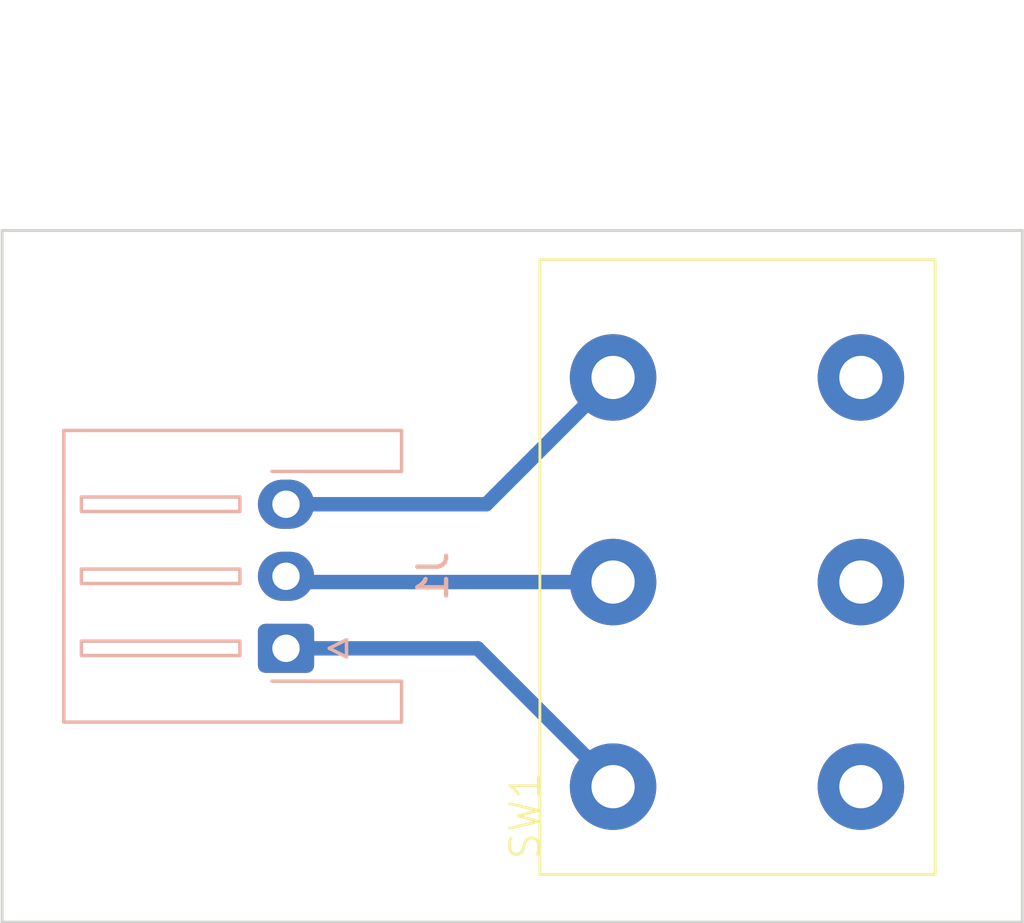
<source format=kicad_pcb>
(kicad_pcb (version 20221018) (generator pcbnew)
  (layers (0 "F.Cu" signal) (31 "B.Cu" signal) (34 "B.Paste" user) (35 "F.Paste" user) (36 "B.SilkS" user "B.Silkscreen") (37 "F.SilkS" user "F.Silkscreen") (38 "B.Mask" user) (39 "F.Mask" user) (44 "Edge.Cuts" user))
  (net 0 "")
  (net 1 "Net-(J1-Pin_1)")
  (net 2 "Net-(J1-Pin_2)")
  (net 3 "Net-(J1-Pin_3)")
  (footprint "Library:RS_Pro_SPDT_8466720" (layer "F.Cu") (at 114.2 99.3 90)
    (fp_text reference "SW1" (at -1.016 -3.048 90 unlocked) (layer "F.SilkS") (effects (font (thickness 0.1))))
    (fp_text value "SW_SPDT")
    (fp_rect (start -3.048 -2.54) (end 18.288 11.176) (stroke (width 0.1)) (fill none) (layer "F.SilkS"))
    (pad "1" thru_hole circle (at 0 0 90) (size 3 3) (drill 1.5) (layers "*.Cu" "*.Mask") (net 1 "Net-(J1-Pin_1)"))
    (pad "2" thru_hole circle (at 7.1 0 90) (size 3 3) (drill 1.5) (layers "*.Cu" "*.Mask") (net 2 "Net-(J1-Pin_2)"))
    (pad "3" thru_hole circle (at 14.2 0 90) (size 3 3) (drill 1.5) (layers "*.Cu" "*.Mask") (net 3 "Net-(J1-Pin_3)"))
    (pad "4" thru_hole circle (at 0 8.6 90) (size 3 3) (drill 1.5) (layers "*.Cu" "*.Mask"))
    (pad "5" thru_hole circle (at 7.1 8.6 90) (size 3 3) (drill 1.5) (layers "*.Cu" "*.Mask"))
    (pad "6" thru_hole circle (at 14.2 8.6 90) (size 3 3) (drill 1.5) (layers "*.Cu" "*.Mask"))
  )
  (footprint "Connector_JST:JST_XH_S3B-XH-A-1_1x03_P2.50mm_Horizontal" (layer "B.Cu") (at 102.85 94.5 90)
    (fp_text reference "J1" (at 2.5 5.1 90) (layer "B.SilkS") (effects (justify mirror)))
    (fp_text value "Conn_01x03")
    (fp_line (start -2.56 -7.71) (end -2.56 4.01) (stroke (width 0.12)) (layer "B.SilkS"))
    (fp_line (start -2.56 4.01) (end -1.14 4.01) (stroke (width 0.12)) (layer "B.SilkS"))
    (fp_line (start -1.14 4.01) (end -1.14 -0.49) (stroke (width 0.12)) (layer "B.SilkS"))
    (fp_line (start -0.3 2.1) (end 0.3 2.1) (stroke (width 0.12)) (layer "B.SilkS"))
    (fp_line (start -0.25 -7.1) (end 0.25 -7.1) (stroke (width 0.12)) (layer "B.SilkS"))
    (fp_line (start -0.25 -1.6) (end -0.25 -7.1) (stroke (width 0.12)) (layer "B.SilkS"))
    (fp_line (start 0 1.5) (end -0.3 2.1) (stroke (width 0.12)) (layer "B.SilkS"))
    (fp_line (start 0.25 -7.1) (end 0.25 -1.6) (stroke (width 0.12)) (layer "B.SilkS"))
    (fp_line (start 0.25 -1.6) (end -0.25 -1.6) (stroke (width 0.12)) (layer "B.SilkS"))
    (fp_line (start 0.3 2.1) (end 0 1.5) (stroke (width 0.12)) (layer "B.SilkS"))
    (fp_line (start 2.25 -7.1) (end 2.75 -7.1) (stroke (width 0.12)) (layer "B.SilkS"))
    (fp_line (start 2.25 -1.6) (end 2.25 -7.1) (stroke (width 0.12)) (layer "B.SilkS"))
    (fp_line (start 2.5 -7.71) (end -2.56 -7.71) (stroke (width 0.12)) (layer "B.SilkS"))
    (fp_line (start 2.5 -7.71) (end 7.56 -7.71) (stroke (width 0.12)) (layer "B.SilkS"))
    (fp_line (start 2.75 -7.1) (end 2.75 -1.6) (stroke (width 0.12)) (layer "B.SilkS"))
    (fp_line (start 2.75 -1.6) (end 2.25 -1.6) (stroke (width 0.12)) (layer "B.SilkS"))
    (fp_line (start 4.75 -7.1) (end 5.25 -7.1) (stroke (width 0.12)) (layer "B.SilkS"))
    (fp_line (start 4.75 -1.6) (end 4.75 -7.1) (stroke (width 0.12)) (layer "B.SilkS"))
    (fp_line (start 5.25 -7.1) (end 5.25 -1.6) (stroke (width 0.12)) (layer "B.SilkS"))
    (fp_line (start 5.25 -1.6) (end 4.75 -1.6) (stroke (width 0.12)) (layer "B.SilkS"))
    (fp_line (start 6.14 4.01) (end 6.14 -0.49) (stroke (width 0.12)) (layer "B.SilkS"))
    (fp_line (start 7.56 -7.71) (end 7.56 4.01) (stroke (width 0.12)) (layer "B.SilkS"))
    (fp_line (start 7.56 4.01) (end 6.14 4.01) (stroke (width 0.12)) (layer "B.SilkS"))
    (pad "1" thru_hole roundrect (at 0 0 90) (size 1.7 1.95) (drill 0.95) (layers "*.Cu" "*.Mask") (roundrect_rratio 0.147059) (net 1 "Net-(J1-Pin_1)"))
    (pad "2" thru_hole oval (at 2.5 0 90) (size 1.7 1.95) (drill 0.95) (layers "*.Cu" "*.Mask") (net 2 "Net-(J1-Pin_2)"))
    (pad "3" thru_hole oval (at 5 0 90) (size 1.7 1.95) (drill 0.95) (layers "*.Cu" "*.Mask") (net 3 "Net-(J1-Pin_3)"))
  )
  (gr_line (start 93 104) (end 93 80) (stroke (width 0.1)) (layer "Edge.Cuts"))
  (gr_line (start 128.4 104) (end 93 104) (stroke (width 0.1)) (layer "Edge.Cuts"))
  (gr_line (start 93 80) (end 128.4 80) (stroke (width 0.1)) (layer "Edge.Cuts"))
  (gr_line (start 128.4 80) (end 128.4 104) (stroke (width 0.1)) (layer "Edge.Cuts"))
  (segment (start 114.2 99.3) (end 114.2 99.2) (width 0.25) (layer "B.Cu") (net 1))
  (segment (start 114.2 99.2) (end 109.5 94.5) (width 0.5) (layer "B.Cu") (net 1))
  (segment (start 109.5 94.5) (end 102.85 94.5) (width 0.5) (layer "B.Cu") (net 1))
  (segment (start 114.18 92.18) (end 114.2 92.2) (width 0.25) (layer "F.Cu") (net 2))
  (segment (start 103.05 92.2) (end 102.85 92) (width 0.25) (layer "B.Cu") (net 2))
  (segment (start 114.2 92.2) (end 103.05 92.2) (width 0.5) (layer "B.Cu") (net 2))
  (segment (start 109.8 89.5) (end 102.85 89.5) (width 0.5) (layer "B.Cu") (net 3))
  (segment (start 109.8 89.5) (end 114.2 85.1) (width 0.5) (layer "B.Cu") (net 3))
)
</source>
